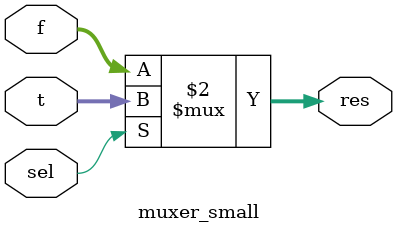
<source format=v>
`timescale 1ns / 1ps
/*
* -----------------------------------------------------------------
* AUTHOR  : Nicolai Müller (nicolai.mueller@rub.de)
* DOCUMENT: "Low-Latency Hardware Masking of PRINCE" (COSADE 2021)
* -----------------------------------------------------------------
*
* Copyright (c) 2021, Nicolai Müller
*
* All rights reserved.
*
* THIS SOFTWARE IS PROVIDED BY THE COPYRIGHT HOLDERS AND CONTRIBUTORS "AS IS" AND
* ANY EXPRESS OR IMPLIED WARRANTIES, INCLUDING, BUT NOT LIMITED TO, THE IMPLIED
* WARRANTIES OF MERCHANTABILITY AND FITNESS FOR A PARTICULAR PURPOSE ARE
* DISCLAIMED. IN NO EVENT SHALL THE COPYRIGHT HOLDER OR CONTRIBUTERS BE LIABLE FOR ANY
* DIRECT, INDIRECT, INCIDENTAL, SPECIAL, EXEMPLARY, OR CONSEQUENTIAL DAMAGES
* (INCLUDING, BUT NOT LIMITED TO, PROCUREMENT OF SUBSTITUTE GOODS OR SERVICES;
* LOSS OF USE, DATA, OR PROFITS; OR BUSINESS INTERRUPTION) HOWEVER CAUSED AND
* ON ANY THEORY OF LIABILITY, WHETHER IN CONTRACT, STRICT LIABILITY, OR TORT
* (INCLUDING NEGLIGENCE OR OTHERWISE) ARISING IN ANY WAY OUT OF THE USE OF THIS
* SOFTWARE, EVEN IF ADVISED OF THE POSSIBILITY OF SUCH DAMAGE.
*
* Please see LICENSE and README for license and further instructions.
*/

module muxer_small(
    input sel,
    input [3:0] t,
    input [3:0] f,
    output [3:0] res
    );
    
    assign res = (sel == 1'b1) ? t : f;
endmodule


</source>
